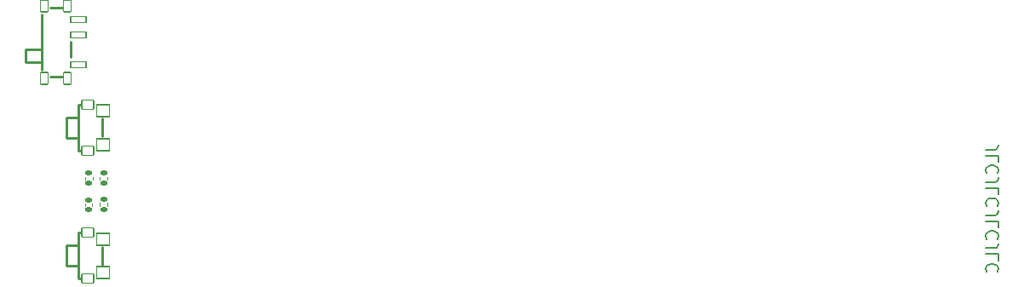
<source format=gbo>
G04 #@! TF.GenerationSoftware,KiCad,Pcbnew,(6.0.4)*
G04 #@! TF.CreationDate,2022-05-11T13:02:33+08:00*
G04 #@! TF.ProjectId,A133CoreDK-LCDdeck,41313333-436f-4726-9544-4b2d4c434464,rev?*
G04 #@! TF.SameCoordinates,Original*
G04 #@! TF.FileFunction,Legend,Bot*
G04 #@! TF.FilePolarity,Positive*
%FSLAX46Y46*%
G04 Gerber Fmt 4.6, Leading zero omitted, Abs format (unit mm)*
G04 Created by KiCad (PCBNEW (6.0.4)) date 2022-05-11 13:02:33*
%MOMM*%
%LPD*%
G01*
G04 APERTURE LIST*
G04 Aperture macros list*
%AMRoundRect*
0 Rectangle with rounded corners*
0 $1 Rounding radius*
0 $2 $3 $4 $5 $6 $7 $8 $9 X,Y pos of 4 corners*
0 Add a 4 corners polygon primitive as box body*
4,1,4,$2,$3,$4,$5,$6,$7,$8,$9,$2,$3,0*
0 Add four circle primitives for the rounded corners*
1,1,$1+$1,$2,$3*
1,1,$1+$1,$4,$5*
1,1,$1+$1,$6,$7*
1,1,$1+$1,$8,$9*
0 Add four rect primitives between the rounded corners*
20,1,$1+$1,$2,$3,$4,$5,0*
20,1,$1+$1,$4,$5,$6,$7,0*
20,1,$1+$1,$6,$7,$8,$9,0*
20,1,$1+$1,$8,$9,$2,$3,0*%
G04 Aperture macros list end*
%ADD10C,0.177800*%
%ADD11C,0.254000*%
%ADD12C,0.120000*%
%ADD13C,0.800000*%
%ADD14C,1.200000*%
%ADD15C,1.300500*%
%ADD16C,0.701000*%
%ADD17RoundRect,0.050800X0.599450X-0.449600X0.599450X0.449600X-0.599450X0.449600X-0.599450X-0.449600X0*%
%ADD18RoundRect,0.050800X-0.599450X0.449600X-0.599450X-0.449600X0.599450X-0.449600X0.599450X0.449600X0*%
%ADD19RoundRect,0.050800X0.650250X-0.599450X0.650250X0.599450X-0.650250X0.599450X-0.650250X-0.599450X0*%
%ADD20RoundRect,0.135000X-0.185000X0.135000X-0.185000X-0.135000X0.185000X-0.135000X0.185000X0.135000X0*%
%ADD21RoundRect,0.135000X0.185000X-0.135000X0.185000X0.135000X-0.185000X0.135000X-0.185000X-0.135000X0*%
%ADD22RoundRect,0.140000X-0.170000X0.140000X-0.170000X-0.140000X0.170000X-0.140000X0.170000X0.140000X0*%
%ADD23C,0.899200*%
%ADD24RoundRect,0.050800X-0.762000X-0.299700X0.762000X-0.299700X0.762000X0.299700X-0.762000X0.299700X0*%
%ADD25RoundRect,0.050800X-0.350500X0.599450X-0.350500X-0.599450X0.350500X-0.599450X0.350500X0.599450X0*%
G04 APERTURE END LIST*
D10*
X187874123Y-92990609D02*
X188781266Y-92990609D01*
X188962695Y-92930133D01*
X189083647Y-92809180D01*
X189144123Y-92627752D01*
X189144123Y-92506800D01*
X189144123Y-94200133D02*
X189144123Y-93595371D01*
X187874123Y-93595371D01*
X189023171Y-95349180D02*
X189083647Y-95288704D01*
X189144123Y-95107276D01*
X189144123Y-94986323D01*
X189083647Y-94804895D01*
X188962695Y-94683942D01*
X188841742Y-94623466D01*
X188599838Y-94562990D01*
X188418409Y-94562990D01*
X188176504Y-94623466D01*
X188055552Y-94683942D01*
X187934600Y-94804895D01*
X187874123Y-94986323D01*
X187874123Y-95107276D01*
X187934600Y-95288704D01*
X187995076Y-95349180D01*
X187874123Y-96256323D02*
X188781266Y-96256323D01*
X188962695Y-96195847D01*
X189083647Y-96074895D01*
X189144123Y-95893466D01*
X189144123Y-95772514D01*
X189144123Y-97465847D02*
X189144123Y-96861085D01*
X187874123Y-96861085D01*
X189023171Y-98614895D02*
X189083647Y-98554419D01*
X189144123Y-98372990D01*
X189144123Y-98252038D01*
X189083647Y-98070609D01*
X188962695Y-97949657D01*
X188841742Y-97889180D01*
X188599838Y-97828704D01*
X188418409Y-97828704D01*
X188176504Y-97889180D01*
X188055552Y-97949657D01*
X187934600Y-98070609D01*
X187874123Y-98252038D01*
X187874123Y-98372990D01*
X187934600Y-98554419D01*
X187995076Y-98614895D01*
X187874123Y-99522038D02*
X188781266Y-99522038D01*
X188962695Y-99461561D01*
X189083647Y-99340609D01*
X189144123Y-99159180D01*
X189144123Y-99038228D01*
X189144123Y-100731561D02*
X189144123Y-100126800D01*
X187874123Y-100126800D01*
X189023171Y-101880609D02*
X189083647Y-101820133D01*
X189144123Y-101638704D01*
X189144123Y-101517752D01*
X189083647Y-101336323D01*
X188962695Y-101215371D01*
X188841742Y-101154895D01*
X188599838Y-101094419D01*
X188418409Y-101094419D01*
X188176504Y-101154895D01*
X188055552Y-101215371D01*
X187934600Y-101336323D01*
X187874123Y-101517752D01*
X187874123Y-101638704D01*
X187934600Y-101820133D01*
X187995076Y-101880609D01*
X187874123Y-102787752D02*
X188781266Y-102787752D01*
X188962695Y-102727276D01*
X189083647Y-102606323D01*
X189144123Y-102424895D01*
X189144123Y-102303942D01*
X189144123Y-103997276D02*
X189144123Y-103392514D01*
X187874123Y-103392514D01*
X189023171Y-105146323D02*
X189083647Y-105085847D01*
X189144123Y-104904419D01*
X189144123Y-104783466D01*
X189083647Y-104602038D01*
X188962695Y-104481085D01*
X188841742Y-104420609D01*
X188599838Y-104360133D01*
X188418409Y-104360133D01*
X188176504Y-104420609D01*
X188055552Y-104481085D01*
X187934600Y-104602038D01*
X187874123Y-104783466D01*
X187874123Y-104904419D01*
X187934600Y-105085847D01*
X187995076Y-105146323D01*
D11*
X96528875Y-89828350D02*
X96528875Y-91829950D01*
X97730275Y-93130350D02*
X97867475Y-93130350D01*
X97867475Y-88527950D02*
X97730275Y-88527950D01*
X100028975Y-89940150D02*
X100028975Y-91718150D01*
X96528875Y-89828350D02*
X97730275Y-89828350D01*
X97730275Y-88527950D02*
X97730275Y-93130350D01*
X96528875Y-91829950D02*
X97730275Y-91829950D01*
X96528875Y-102553750D02*
X96528875Y-104555350D01*
X97730275Y-105855750D02*
X97867475Y-105855750D01*
X97867475Y-101253350D02*
X97730275Y-101253350D01*
X96528875Y-104555350D02*
X97730275Y-104555350D01*
X97730275Y-101253350D02*
X97730275Y-105855750D01*
X96528875Y-102553750D02*
X97730275Y-102553750D01*
X100028975Y-102665550D02*
X100028975Y-104443550D01*
D12*
X100583000Y-95705959D02*
X100583000Y-96013241D01*
X99823000Y-95705959D02*
X99823000Y-96013241D01*
X98349800Y-96013241D02*
X98349800Y-95705959D01*
X99109800Y-96013241D02*
X99109800Y-95705959D01*
X99089800Y-98367964D02*
X99089800Y-98583636D01*
X98369800Y-98367964D02*
X98369800Y-98583636D01*
D11*
X96066600Y-85722500D02*
X94867700Y-85722500D01*
X96960700Y-83822500D02*
X96960700Y-82321400D01*
X94060000Y-84345800D02*
X92459800Y-84345800D01*
X92459800Y-84345800D02*
X92459800Y-83070700D01*
X96066600Y-78920300D02*
X94867700Y-78920300D01*
X92459800Y-83070700D02*
X94060000Y-83070700D01*
X94060000Y-85072200D02*
X94060000Y-79570600D01*
D12*
X100583000Y-98322159D02*
X100583000Y-98629441D01*
X99823000Y-98322159D02*
X99823000Y-98629441D01*
%LPC*%
D13*
X169964000Y-97559100D03*
D14*
X169964000Y-69359300D03*
D15*
X129626400Y-70942160D03*
X124627600Y-70942160D03*
X106263400Y-70942160D03*
X111262200Y-70942160D03*
D16*
X98629475Y-89978250D03*
X98629475Y-91680050D03*
D17*
X98629475Y-93130350D03*
D18*
X98629475Y-88530450D03*
D19*
X100178875Y-89155250D03*
X100178875Y-92505550D03*
D16*
X98629475Y-102703650D03*
D18*
X98629475Y-101255850D03*
D16*
X98629475Y-104405450D03*
D17*
X98629475Y-105855750D03*
D19*
X100178875Y-101880650D03*
X100178875Y-105230950D03*
D20*
X100203000Y-95349600D03*
X100203000Y-96369600D03*
D21*
X98729800Y-96369600D03*
X98729800Y-95349600D03*
D22*
X98729800Y-97995800D03*
X98729800Y-98955800D03*
D23*
X95459500Y-83820000D03*
X95459500Y-80820300D03*
D24*
X97710000Y-84571800D03*
X97710000Y-81572100D03*
X97710000Y-80071000D03*
D25*
X96610100Y-78722200D03*
X94311400Y-78722200D03*
X94311400Y-85920600D03*
X96610100Y-85920600D03*
D20*
X100203000Y-97965800D03*
X100203000Y-98985800D03*
M02*

</source>
